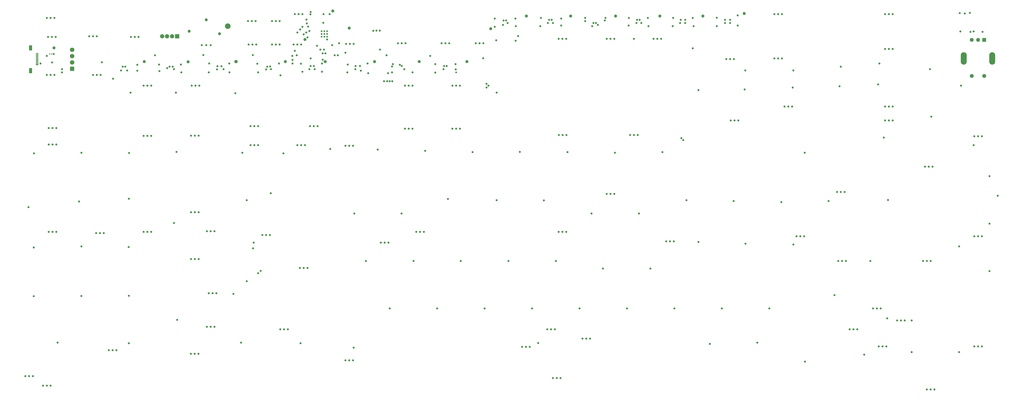
<source format=gts>
G04*
G04 #@! TF.GenerationSoftware,Altium Limited,Altium Designer,23.5.1 (21)*
G04*
G04 Layer_Color=8388736*
%FSLAX25Y25*%
%MOIN*%
G70*
G04*
G04 #@! TF.SameCoordinates,508BA793-0958-4452-B0AF-20FDD5A17331*
G04*
G04*
G04 #@! TF.FilePolarity,Negative*
G04*
G01*
G75*
%ADD13R,0.05118X0.07874*%
%ADD14R,0.03937X0.01181*%
%ADD15R,0.01575X0.01968*%
%ADD16C,0.06706*%
%ADD17R,0.06706X0.06706*%
G04:AMPARAMS|DCode=18|XSize=94.49mil|YSize=196.85mil|CornerRadius=47.24mil|HoleSize=0mil|Usage=FLASHONLY|Rotation=180.000|XOffset=0mil|YOffset=0mil|HoleType=Round|Shape=RoundedRectangle|*
%AMROUNDEDRECTD18*
21,1,0.09449,0.10236,0,0,180.0*
21,1,0.00000,0.19685,0,0,180.0*
1,1,0.09449,0.00000,0.05118*
1,1,0.09449,0.00000,0.05118*
1,1,0.09449,0.00000,-0.05118*
1,1,0.09449,0.00000,-0.05118*
%
%ADD18ROUNDEDRECTD18*%
%ADD19C,0.06102*%
%ADD20R,0.06102X0.06102*%
%ADD21C,0.07099*%
%ADD22R,0.07099X0.07099*%
%ADD23C,0.03162*%
%ADD24C,0.04800*%
%ADD25C,0.04737*%
%ADD26C,0.08800*%
%ADD27C,0.02769*%
%ADD28C,0.05300*%
D13*
X21114Y525837D02*
D03*
Y561663D02*
D03*
D14*
X31744Y534892D02*
D03*
Y536860D02*
D03*
Y538829D02*
D03*
Y540797D02*
D03*
Y542766D02*
D03*
Y544734D02*
D03*
Y546703D02*
D03*
Y548671D02*
D03*
Y550640D02*
D03*
Y552608D02*
D03*
D15*
X54575Y552000D02*
D03*
X51425D02*
D03*
D16*
X229189Y580165D02*
D03*
X244937D02*
D03*
X237063D02*
D03*
D17*
X252811D02*
D03*
D18*
X1496309Y545000D02*
D03*
X1541191D02*
D03*
D19*
X1508907Y574528D02*
D03*
X1518750D02*
D03*
X1508907Y517441D02*
D03*
X1528593D02*
D03*
D20*
Y574528D02*
D03*
D21*
X87000Y538750D02*
D03*
Y548750D02*
D03*
Y558750D02*
D03*
D22*
Y528750D02*
D03*
D23*
X519000Y554000D02*
D03*
X484955Y559185D02*
D03*
X479257Y559185D02*
D03*
X506942Y550036D02*
D03*
X502000Y550000D02*
D03*
X508916Y569187D02*
D03*
X487136Y553135D02*
D03*
X490000Y575000D02*
D03*
X1506000Y617000D02*
D03*
X1489849Y616764D02*
D03*
X1384000Y615000D02*
D03*
X1378000D02*
D03*
X1372000D02*
D03*
X1209000D02*
D03*
X1203000D02*
D03*
X1197000D02*
D03*
X1512000Y587819D02*
D03*
X1491000D02*
D03*
X543181Y525610D02*
D03*
X1139000Y613000D02*
D03*
X1498000Y616000D02*
D03*
X1245267Y66000D02*
D03*
X1292042Y170958D02*
D03*
X1370000Y420000D02*
D03*
X1375279Y134226D02*
D03*
X326181Y528000D02*
D03*
X356000Y396000D02*
D03*
X401000Y332000D02*
D03*
X416212Y518521D02*
D03*
X482000Y524000D02*
D03*
X975000Y576000D02*
D03*
X57978Y552006D02*
D03*
X55303Y538540D02*
D03*
X36823Y536881D02*
D03*
X132000Y519000D02*
D03*
X126000D02*
D03*
X120000D02*
D03*
X59000D02*
D03*
X53000D02*
D03*
X47000D02*
D03*
X61000Y579000D02*
D03*
X55000D02*
D03*
X49000D02*
D03*
X126000Y580000D02*
D03*
X120000D02*
D03*
X114000D02*
D03*
X192000Y579000D02*
D03*
X186000D02*
D03*
X180000D02*
D03*
X451000Y615000D02*
D03*
X445000D02*
D03*
X439000D02*
D03*
X415000Y604000D02*
D03*
X409000D02*
D03*
X403000D02*
D03*
X377000D02*
D03*
X371000D02*
D03*
X365000D02*
D03*
X457843Y600484D02*
D03*
X459978Y595253D02*
D03*
X457323Y606290D02*
D03*
X458751Y578249D02*
D03*
X443000Y586000D02*
D03*
X447197Y590675D02*
D03*
X461964Y588232D02*
D03*
X457000Y586000D02*
D03*
X453000Y583000D02*
D03*
X451000Y595000D02*
D03*
X288000Y502000D02*
D03*
X282000D02*
D03*
X276000D02*
D03*
X212000D02*
D03*
X206000D02*
D03*
X200000D02*
D03*
X315000Y174000D02*
D03*
X309000D02*
D03*
X303000D02*
D03*
X856366Y424042D02*
D03*
X862366D02*
D03*
X868366D02*
D03*
X969000D02*
D03*
X975000D02*
D03*
X981000D02*
D03*
X1372000Y447000D02*
D03*
X1378000D02*
D03*
X1384000D02*
D03*
X1128000D02*
D03*
X1134000D02*
D03*
X1140000D02*
D03*
X1197000Y545000D02*
D03*
X1203000D02*
D03*
X1209000D02*
D03*
X1121000Y544000D02*
D03*
X1127000D02*
D03*
X1133000D02*
D03*
X792000Y580362D02*
D03*
X768000Y598000D02*
D03*
X932000Y576000D02*
D03*
X938000D02*
D03*
X944000D02*
D03*
X1006000D02*
D03*
X1012000D02*
D03*
X1018000D02*
D03*
X868000D02*
D03*
X862000D02*
D03*
X856000D02*
D03*
X125000Y269000D02*
D03*
X131000D02*
D03*
X137000D02*
D03*
X1513000Y264000D02*
D03*
X1519000D02*
D03*
X1525000D02*
D03*
X856000Y271000D02*
D03*
X862000D02*
D03*
X868000D02*
D03*
X932000Y331000D02*
D03*
X938000D02*
D03*
X944000D02*
D03*
X1026000Y256000D02*
D03*
X1032000D02*
D03*
X1038000D02*
D03*
X631000Y271000D02*
D03*
X637000D02*
D03*
X643000D02*
D03*
X384868Y209235D02*
D03*
X380819Y205566D02*
D03*
X483000Y553000D02*
D03*
X482996Y542996D02*
D03*
X474000Y565000D02*
D03*
X464000Y545000D02*
D03*
X435180Y542681D02*
D03*
Y536880D02*
D03*
X439000Y557000D02*
D03*
X442000Y550181D02*
D03*
X435000Y549000D02*
D03*
X448660Y536643D02*
D03*
X482000Y537000D02*
D03*
X498000Y566078D02*
D03*
X287000Y228000D02*
D03*
X374000Y254000D02*
D03*
X832736Y320736D02*
D03*
X758000Y321000D02*
D03*
X681000Y323000D02*
D03*
X495000Y402000D02*
D03*
X531000Y407000D02*
D03*
X525000D02*
D03*
X519000D02*
D03*
X570000Y401000D02*
D03*
X645000Y399000D02*
D03*
X587000Y254000D02*
D03*
X581000D02*
D03*
X575000D02*
D03*
X62000Y435000D02*
D03*
X56000D02*
D03*
X50000D02*
D03*
X62000Y409000D02*
D03*
X56000D02*
D03*
X50000D02*
D03*
X62000Y271000D02*
D03*
X56000D02*
D03*
X50000D02*
D03*
X212000D02*
D03*
X206000D02*
D03*
X200000D02*
D03*
X287000Y302000D02*
D03*
X281000D02*
D03*
X275000D02*
D03*
X810312Y89385D02*
D03*
X804313D02*
D03*
X798313D02*
D03*
X437000Y567000D02*
D03*
X443000D02*
D03*
X449000D02*
D03*
X1328000Y117000D02*
D03*
X1322000D02*
D03*
X1316000D02*
D03*
X850000D02*
D03*
X844000D02*
D03*
X838000D02*
D03*
X463800Y618253D02*
D03*
X463686Y614606D02*
D03*
X287078Y423080D02*
D03*
X281078D02*
D03*
X275078D02*
D03*
X59000Y609000D02*
D03*
X53000D02*
D03*
X47000D02*
D03*
X700000Y502000D02*
D03*
X694000D02*
D03*
X688000D02*
D03*
X625000D02*
D03*
X619000D02*
D03*
X613000D02*
D03*
X737000Y569000D02*
D03*
X731000D02*
D03*
X725000D02*
D03*
X683000D02*
D03*
X677000D02*
D03*
X671000D02*
D03*
X614000D02*
D03*
X608000D02*
D03*
X602000D02*
D03*
X532000Y568000D02*
D03*
X526000D02*
D03*
X520000D02*
D03*
X415000Y567000D02*
D03*
X409000D02*
D03*
X403000D02*
D03*
X378000D02*
D03*
X372000D02*
D03*
X366000D02*
D03*
X1525000Y90000D02*
D03*
X1519000D02*
D03*
X1513000D02*
D03*
X1374000D02*
D03*
X1368000D02*
D03*
X1362000D02*
D03*
X25000Y43000D02*
D03*
X19000D02*
D03*
X13000D02*
D03*
X41000Y28000D02*
D03*
X47000D02*
D03*
X53000D02*
D03*
X145000Y84000D02*
D03*
X151000D02*
D03*
X157000D02*
D03*
X300000Y121000D02*
D03*
X306000D02*
D03*
X312000D02*
D03*
X274500Y78500D02*
D03*
X280500D02*
D03*
X286500D02*
D03*
X275000Y228000D02*
D03*
X281000D02*
D03*
X447000Y214000D02*
D03*
X453000D02*
D03*
X459000D02*
D03*
X416000Y117000D02*
D03*
X422000D02*
D03*
X428000D02*
D03*
X387500Y266000D02*
D03*
X393500D02*
D03*
X399500D02*
D03*
X847000Y40000D02*
D03*
X853000D02*
D03*
X859000D02*
D03*
X1438000Y22000D02*
D03*
X1444000D02*
D03*
X1450000D02*
D03*
X1353000Y150000D02*
D03*
X1359000D02*
D03*
X1365000D02*
D03*
X1391000Y131000D02*
D03*
X1397000D02*
D03*
X1403000D02*
D03*
X1298000Y225000D02*
D03*
X1304000D02*
D03*
X1310000D02*
D03*
X1432000D02*
D03*
X1438000D02*
D03*
X1444000D02*
D03*
X1435000Y374000D02*
D03*
X1441000D02*
D03*
X1447000D02*
D03*
X1372000Y560000D02*
D03*
X1378000D02*
D03*
X1384000D02*
D03*
X1372000Y469000D02*
D03*
X1378000D02*
D03*
X1384000D02*
D03*
X1213000D02*
D03*
X1219000D02*
D03*
X1225000D02*
D03*
X688000Y434000D02*
D03*
X694000D02*
D03*
X700000D02*
D03*
X613000D02*
D03*
X619000D02*
D03*
X625000D02*
D03*
X443000Y408000D02*
D03*
X449000D02*
D03*
X455000D02*
D03*
X463000Y438000D02*
D03*
X469000D02*
D03*
X475000D02*
D03*
X369000D02*
D03*
X375000D02*
D03*
X381000D02*
D03*
X369000Y408000D02*
D03*
X375000D02*
D03*
X381000D02*
D03*
X200026Y422841D02*
D03*
X206027D02*
D03*
X212027D02*
D03*
X519000Y68000D02*
D03*
X525000D02*
D03*
X531000D02*
D03*
X1296000Y334000D02*
D03*
X1302000D02*
D03*
X1308000D02*
D03*
X1513000Y422000D02*
D03*
X1519000D02*
D03*
X1525000D02*
D03*
X893465Y102362D02*
D03*
X899465D02*
D03*
X905465D02*
D03*
X534507Y528012D02*
D03*
X1537000Y359000D02*
D03*
X494000Y615000D02*
D03*
X484339Y615086D02*
D03*
X484065Y601367D02*
D03*
X259000Y535217D02*
D03*
X1118978Y600978D02*
D03*
X979000Y601000D02*
D03*
X522708Y535418D02*
D03*
X755000Y595000D02*
D03*
X998000Y596000D02*
D03*
X898000Y604000D02*
D03*
Y609000D02*
D03*
X775409Y600952D02*
D03*
X847000Y601000D02*
D03*
X585000Y509000D02*
D03*
X580000D02*
D03*
X593000D02*
D03*
X315746Y527855D02*
D03*
X303598Y537143D02*
D03*
X335104Y537166D02*
D03*
X401268Y528001D02*
D03*
X393590Y527798D02*
D03*
X470404Y528088D02*
D03*
X554849Y521735D02*
D03*
X586199Y521587D02*
D03*
X693234Y527798D02*
D03*
X967000Y609000D02*
D03*
X966439Y597199D02*
D03*
X997000Y609000D02*
D03*
X1056000Y601000D02*
D03*
X554000Y537000D02*
D03*
X71000Y523000D02*
D03*
X47000Y549000D02*
D03*
X70925Y528156D02*
D03*
X373000Y245000D02*
D03*
X253000Y132000D02*
D03*
X788000Y573000D02*
D03*
X1445000Y453000D02*
D03*
X1443000Y528000D02*
D03*
X745000Y502000D02*
D03*
X742000Y499000D02*
D03*
Y505000D02*
D03*
X294125Y550300D02*
D03*
X372484Y550363D02*
D03*
X1127000Y601000D02*
D03*
Y606000D02*
D03*
X1106038Y609319D02*
D03*
X1139000Y597000D02*
D03*
X1069144Y595914D02*
D03*
X1049000Y606000D02*
D03*
X1056000D02*
D03*
X1048070Y600984D02*
D03*
X1037000Y609000D02*
D03*
X986708Y601086D02*
D03*
X984000Y606000D02*
D03*
X980000D02*
D03*
X930000Y609000D02*
D03*
X929000Y605000D02*
D03*
X918000Y598000D02*
D03*
X915000Y601000D02*
D03*
X911000D02*
D03*
X860000Y597000D02*
D03*
Y608181D02*
D03*
X845000Y606000D02*
D03*
X841000D02*
D03*
X828000Y609000D02*
D03*
X773000Y605000D02*
D03*
X769000D02*
D03*
X625000Y523000D02*
D03*
X612000Y528000D02*
D03*
X660801Y522801D02*
D03*
X674000Y528000D02*
D03*
X675000Y533000D02*
D03*
X679000D02*
D03*
X693000Y536000D02*
D03*
X661000D02*
D03*
X594000D02*
D03*
X589000Y509000D02*
D03*
X592488Y523041D02*
D03*
X592521Y532521D02*
D03*
X171000Y532000D02*
D03*
X174000Y526000D02*
D03*
X167000Y532000D02*
D03*
X179181Y491000D02*
D03*
X189880Y525830D02*
D03*
X241000Y532000D02*
D03*
X246000D02*
D03*
X237203Y529606D02*
D03*
X259715Y523041D02*
D03*
X322913Y532711D02*
D03*
X316717Y532624D02*
D03*
X399936Y532354D02*
D03*
X395189Y532162D02*
D03*
X414031Y537169D02*
D03*
X451000Y524000D02*
D03*
X461819Y528000D02*
D03*
X464000Y533000D02*
D03*
X469000D02*
D03*
X542000D02*
D03*
X535000D02*
D03*
X421000Y395000D02*
D03*
X251000Y491000D02*
D03*
X345000Y490000D02*
D03*
X251752Y397533D02*
D03*
X306000Y566000D02*
D03*
X299000D02*
D03*
X292000D02*
D03*
X1050000Y419000D02*
D03*
X1068000Y609000D02*
D03*
X787485Y608163D02*
D03*
X755000Y608000D02*
D03*
X736628Y545352D02*
D03*
X312000Y272000D02*
D03*
X306000D02*
D03*
X300000D02*
D03*
X1244000Y264000D02*
D03*
X1238000D02*
D03*
X1232000D02*
D03*
X757767Y491117D02*
D03*
X589000Y150000D02*
D03*
X664000D02*
D03*
X739000D02*
D03*
X814000D02*
D03*
X889000D02*
D03*
X964000D02*
D03*
X1039000D02*
D03*
X1114000D02*
D03*
X1189000D02*
D03*
X1348505Y225039D02*
D03*
X1053000Y416000D02*
D03*
X720000Y397000D02*
D03*
X794659Y397321D02*
D03*
X1020000Y397000D02*
D03*
X945000Y396000D02*
D03*
X870000Y397000D02*
D03*
X363000Y321000D02*
D03*
X176969Y395737D02*
D03*
X176547Y323229D02*
D03*
X225000Y525000D02*
D03*
X224197Y535266D02*
D03*
X101449Y396072D02*
D03*
X26428Y395024D02*
D03*
X26163Y246437D02*
D03*
X101474Y247911D02*
D03*
X176306Y247177D02*
D03*
X176616Y169903D02*
D03*
X101460Y169723D02*
D03*
X26379Y169224D02*
D03*
X64068Y95886D02*
D03*
X176628Y95183D02*
D03*
X354000Y96000D02*
D03*
X448000Y95000D02*
D03*
X531879Y88077D02*
D03*
X823413Y95352D02*
D03*
X1095000Y94000D02*
D03*
X1170000Y96000D02*
D03*
X1414000Y131000D02*
D03*
X1339000Y77000D02*
D03*
X1489000Y81000D02*
D03*
X1414000D02*
D03*
X1537000Y209000D02*
D03*
X1489000Y248000D02*
D03*
X1537000Y284000D02*
D03*
X1376632Y321499D02*
D03*
X1282486Y319630D02*
D03*
X1245000Y396000D02*
D03*
X1208000Y318000D02*
D03*
X1132481Y319771D02*
D03*
X1058000Y321000D02*
D03*
X908000Y300000D02*
D03*
X983000D02*
D03*
X607719Y299968D02*
D03*
X533000Y300000D02*
D03*
X551392Y224973D02*
D03*
X626470Y224931D02*
D03*
X701350Y224992D02*
D03*
X776722Y224954D02*
D03*
X851426Y225014D02*
D03*
X1526000Y587000D02*
D03*
X1507000D02*
D03*
X653000Y549000D02*
D03*
X584000Y550000D02*
D03*
X218000D02*
D03*
X379631Y536643D02*
D03*
X98000Y319000D02*
D03*
X18000Y310000D02*
D03*
X134000Y539000D02*
D03*
X151465Y513192D02*
D03*
X1550000Y328000D02*
D03*
X1077000Y495000D02*
D03*
X573470Y559155D02*
D03*
X573129Y589129D02*
D03*
X568000Y589000D02*
D03*
X562757Y588757D02*
D03*
X248000Y285000D02*
D03*
X1492000Y502000D02*
D03*
X1227000Y251000D02*
D03*
X788231Y595955D02*
D03*
X1151392Y252392D02*
D03*
X1077000Y255000D02*
D03*
X1001000Y213000D02*
D03*
X926000D02*
D03*
X839000Y601000D02*
D03*
X827000Y596000D02*
D03*
X757368Y573632D02*
D03*
X608000Y533000D02*
D03*
X1227000Y526000D02*
D03*
X164311Y526153D02*
D03*
X1068000Y561000D02*
D03*
X909000Y596000D02*
D03*
X1036401Y595914D02*
D03*
X1150000Y496000D02*
D03*
X1300000Y501000D02*
D03*
X1226000Y499000D02*
D03*
X1361000Y504000D02*
D03*
X1151055Y525959D02*
D03*
X1363055Y536959D02*
D03*
X1302000Y532000D02*
D03*
X1106038Y595978D02*
D03*
X1512000Y408000D02*
D03*
X1118978Y606022D02*
D03*
X605000Y535000D02*
D03*
X521773Y523041D02*
D03*
X363000Y193000D02*
D03*
X381000Y523000D02*
D03*
X342000Y173000D02*
D03*
X335744Y523041D02*
D03*
X303001D02*
D03*
X248000Y528000D02*
D03*
X190000Y535000D02*
D03*
D24*
X455000Y575000D02*
D03*
X1149347Y616000D02*
D03*
X424000Y540000D02*
D03*
X58274Y561611D02*
D03*
X499000Y620000D02*
D03*
X1084000Y612000D02*
D03*
X1016000D02*
D03*
X946000D02*
D03*
X875000D02*
D03*
X805000D02*
D03*
X525000Y593000D02*
D03*
X748540Y591884D02*
D03*
X711000Y540000D02*
D03*
X635512Y540024D02*
D03*
X565000Y540000D02*
D03*
X487000D02*
D03*
X270188Y539827D02*
D03*
X200867Y539867D02*
D03*
D25*
X299000Y606000D02*
D03*
X320000Y584000D02*
D03*
X272000Y588000D02*
D03*
D26*
X333000Y596000D02*
D03*
D27*
X694000Y523000D02*
D03*
X481338Y579338D02*
D03*
X485669D02*
D03*
X490000D02*
D03*
X481338Y583669D02*
D03*
X485669D02*
D03*
X490000D02*
D03*
X481338Y588000D02*
D03*
X485669D02*
D03*
X490000D02*
D03*
D28*
X346000Y540000D02*
D03*
M02*

</source>
